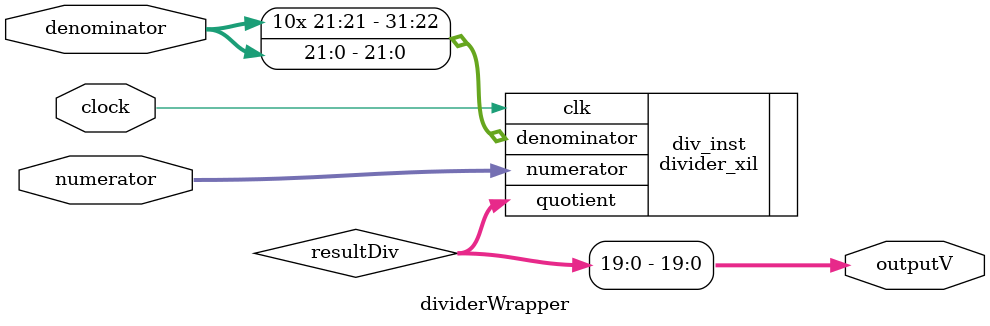
<source format=sv>
/* ----------------------------------------------------------------------------------------------------------------------

PS-FPGA Licenses (DUAL License GPLv2 and commercial license)

This PS-FPGA source code is copyright 2019 Romain PIQUOIS and licensed under the GNU General Public License v2.0, 
 and a commercial licensing option.
If you wish to use the source code from PS-FPGA, email laxer3a [at] hotmail [dot] com for commercial licensing.

See LICENSE file.
---------------------------------------------------------------------------------------------------------------------- */

module dividerWrapper#(
	parameter OUTSIZE  = 20
)
(
	input					clock,
	input signed  [31:0]	numerator,
	input signed  [21:0]	denominator,
	output signed [OUTSIZE-1:0]	outputV
);

//-----------------------------------------------------------------
// [For verilator] Simulate a 6 clock latency pipelined divider unit.
//-----------------------------------------------------------------
`ifdef VERILATOR
    reg signed [31:0] num1,num2,num3,num4,num5;
    reg signed [21:0] den1,den2,den3,den4,den5;

    always @(posedge clock)
    begin
        num5 <= num4; den5 <= den4;
        num4 <= num3; den4 <= den3;
        num3 <= num2; den3 <= den2;
        num2 <= num1; den2 <= den1;
        num1 <= numerator;
        den1 <= denominator;
    end
    wire signed [31:0] divisor   = { {10{den5[21]}} ,den5 };
    wire signed [31:0] resultDiv = num5 / divisor;
    assign outputV = resultDiv[OUTSIZE-1:0];
`else
    //-----------------------------------------------------------------
    // Generic Division Verilog
    //-----------------------------------------------------------------
    wire [31:0] resultDiv;

    // 76543210 76543210 76543210 76543210
    // 00000100 00010000 01000000 10000001
    divider_xil #(
        .Width              (32),
        .Regs               (32'h04104081)
    ) div_inst (
        .clk                (clock),
        .numerator          (numerator),
        .denominator        ({ {10{denominator[21]}} ,denominator }),
        .quotient           (resultDiv)
    );

    assign outputV = resultDiv[OUTSIZE-1:0];
`endif
endmodule

</source>
